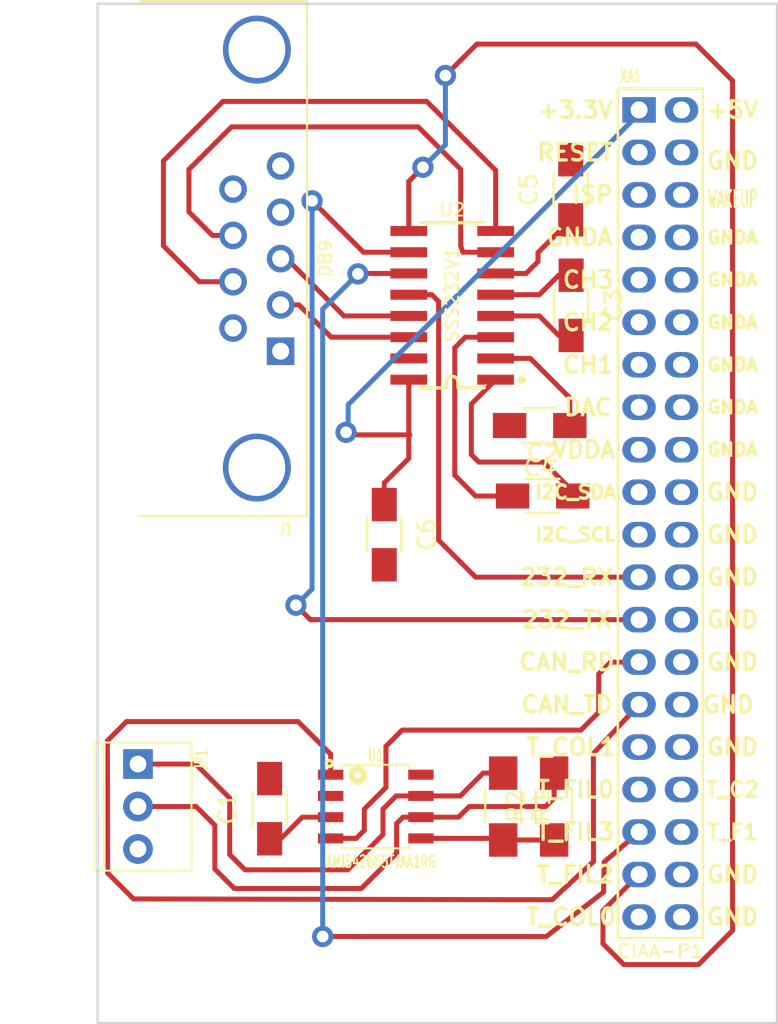
<source format=kicad_pcb>
(kicad_pcb (version 4) (host pcbnew 4.0.0-rc1-stable)

  (general
    (links 43)
    (no_connects 18)
    (area 58.471999 41.834999 99.262001 102.945001)
    (thickness 1.6)
    (drawings 5)
    (tracks 153)
    (zones 0)
    (modules 13)
    (nets 23)
  )

  (page A4)
  (title_block
    (title "Ejercicio 2")
    (rev "Rev 0.1")
    (company "Christian Mista UNER")
  )

  (layers
    (0 F.Cu signal)
    (31 B.Cu signal)
    (32 B.Adhes user)
    (33 F.Adhes user)
    (34 B.Paste user)
    (35 F.Paste user)
    (36 B.SilkS user)
    (37 F.SilkS user hide)
    (38 B.Mask user)
    (39 F.Mask user)
    (40 Dwgs.User user)
    (41 Cmts.User user)
    (42 Eco1.User user)
    (43 Eco2.User user)
    (44 Edge.Cuts user)
    (45 Margin user)
    (46 B.CrtYd user)
    (47 F.CrtYd user)
    (48 B.Fab user)
    (49 F.Fab user)
  )

  (setup
    (last_trace_width 0.3)
    (trace_clearance 0.3)
    (zone_clearance 0.508)
    (zone_45_only no)
    (trace_min 0.3)
    (segment_width 0.2)
    (edge_width 0.15)
    (via_size 1.27)
    (via_drill 0.7)
    (via_min_size 1.27)
    (via_min_drill 0.7)
    (uvia_size 0.3)
    (uvia_drill 0.1)
    (uvias_allowed no)
    (uvia_min_size 0.2)
    (uvia_min_drill 0.1)
    (pcb_text_width 0.3)
    (pcb_text_size 1.5 1.5)
    (mod_edge_width 0.15)
    (mod_text_size 1 1)
    (mod_text_width 0.15)
    (pad_size 1.524 1.524)
    (pad_drill 0.762)
    (pad_to_mask_clearance 0.2)
    (aux_axis_origin 0 0)
    (visible_elements 7FFFFFFF)
    (pcbplotparams
      (layerselection 0x00030_80000001)
      (usegerberextensions false)
      (excludeedgelayer true)
      (linewidth 0.100000)
      (plotframeref false)
      (viasonmask false)
      (mode 1)
      (useauxorigin false)
      (hpglpennumber 1)
      (hpglpenspeed 20)
      (hpglpendiameter 15)
      (hpglpenoverlay 2)
      (psnegative false)
      (psa4output false)
      (plotreference true)
      (plotvalue true)
      (plotinvisibletext false)
      (padsonsilk false)
      (subtractmaskfromsilk false)
      (outputformat 1)
      (mirror false)
      (drillshape 1)
      (scaleselection 1)
      (outputdirectory ""))
  )

  (net 0 "")
  (net 1 GND)
  (net 2 +5V)
  (net 3 "Net-(C2-Pad1)")
  (net 4 "Net-(C3-Pad1)")
  (net 5 "Net-(C3-Pad2)")
  (net 6 "Net-(C4-Pad2)")
  (net 7 "Net-(C5-Pad2)")
  (net 8 +3.3V)
  (net 9 "Net-(J1-Pad2)")
  (net 10 "Net-(J1-Pad3)")
  (net 11 "Net-(J1-Pad7)")
  (net 12 "Net-(J1-Pad8)")
  (net 13 "Net-(JP1-Pad1)")
  (net 14 "Net-(JP1-Pad2)")
  (net 15 "Net-(R1-Pad2)")
  (net 16 /Conector/CAN_TX)
  (net 17 /Conector/CAN_RX)
  (net 18 /Conector/CTS)
  (net 19 /Conector/RXD)
  (net 20 /Conector/RTS)
  (net 21 /Conector/TXD)
  (net 22 "Net-(C2-Pad2)")

  (net_class Default "This is the default net class."
    (clearance 0.3)
    (trace_width 0.3)
    (via_dia 1.27)
    (via_drill 0.7)
    (uvia_dia 0.3)
    (uvia_drill 0.1)
    (add_net +3.3V)
    (add_net +5V)
    (add_net /Conector/CAN_RX)
    (add_net /Conector/CAN_TX)
    (add_net /Conector/CTS)
    (add_net /Conector/RTS)
    (add_net /Conector/RXD)
    (add_net /Conector/TXD)
    (add_net GND)
    (add_net "Net-(C2-Pad1)")
    (add_net "Net-(C2-Pad2)")
    (add_net "Net-(C3-Pad1)")
    (add_net "Net-(C3-Pad2)")
    (add_net "Net-(C4-Pad2)")
    (add_net "Net-(C5-Pad2)")
    (add_net "Net-(J1-Pad2)")
    (add_net "Net-(J1-Pad3)")
    (add_net "Net-(J1-Pad7)")
    (add_net "Net-(J1-Pad8)")
    (add_net "Net-(JP1-Pad1)")
    (add_net "Net-(JP1-Pad2)")
    (add_net "Net-(R1-Pad2)")
  )

  (net_class 12MILS ""
    (clearance 0.3)
    (trace_width 0.3)
    (via_dia 1.27)
    (via_drill 0.7)
    (uvia_dia 0.3)
    (uvia_drill 0.1)
  )

  (module ej2:DB9_F_TH (layer F.Cu) (tedit 565607B0) (tstamp 565E0066)
    (at 68.072 57.15 90)
    (path /565DDBDC/565E3F92)
    (fp_text reference J1 (at -16.165 1.735 180) (layer F.SilkS)
      (effects (font (size 0.7112 0.4572) (thickness 0.1143)))
    )
    (fp_text value DB9 (at 0 4.1 90) (layer F.SilkS)
      (effects (font (size 0.762 0.762) (thickness 0.127)))
    )
    (fp_line (start 15.4 3) (end 15.4 -7) (layer F.SilkS) (width 0.127))
    (fp_line (start 15.4 -9.5) (end 15.4 -7) (layer Dwgs.User) (width 0.127))
    (fp_line (start -15.4 3) (end -15.4 -7) (layer F.SilkS) (width 0.127))
    (fp_line (start -15.4 -9.5) (end -15.4 -7) (layer Dwgs.User) (width 0.127))
    (fp_line (start -15.4 -9.1) (end 15.4 -9.1) (layer Dwgs.User) (width 0.127))
    (fp_arc (start -14.2 -14.3) (end -14.2 -14.5) (angle 90) (layer Dwgs.User) (width 0.127))
    (fp_arc (start -13.8 -14.3) (end -14 -14.3) (angle 90) (layer Dwgs.User) (width 0.127))
    (fp_arc (start -10.8 -14.3) (end -11 -14.3) (angle 90) (layer Dwgs.User) (width 0.127))
    (fp_arc (start -11.2 -14.3) (end -11.2 -14.5) (angle 90) (layer Dwgs.User) (width 0.127))
    (fp_arc (start 11.2 -14.3) (end 11 -14.3) (angle 90) (layer Dwgs.User) (width 0.127))
    (fp_arc (start 10.8 -14.3) (end 10.8 -14.5) (angle 90) (layer Dwgs.User) (width 0.127))
    (fp_arc (start 14.2 -14.3) (end 14 -14.3) (angle 90) (layer Dwgs.User) (width 0.127))
    (fp_arc (start 13.8 -14.3) (end 13.8 -14.5) (angle 90) (layer Dwgs.User) (width 0.127))
    (fp_line (start 10 -14.1) (end 10 -9.5) (layer Dwgs.User) (width 0.127))
    (fp_line (start 15 -14.1) (end 15 -9.5) (layer Dwgs.User) (width 0.127))
    (fp_line (start 10.4 -14.5) (end 14.6 -14.5) (layer Dwgs.User) (width 0.127))
    (fp_line (start -15 -14.1) (end -15 -9.5) (layer Dwgs.User) (width 0.127))
    (fp_line (start -10 -14.1) (end -10 -9.5) (layer Dwgs.User) (width 0.127))
    (fp_line (start -14.6 -14.5) (end -10.4 -14.5) (layer Dwgs.User) (width 0.127))
    (fp_arc (start -14.6 -14.1) (end -15 -14.1) (angle 90) (layer Dwgs.User) (width 0.127))
    (fp_arc (start -10.4 -14.1) (end -10.4 -14.5) (angle 90) (layer Dwgs.User) (width 0.127))
    (fp_arc (start 10.4 -14.1) (end 10 -14.1) (angle 90) (layer Dwgs.User) (width 0.127))
    (fp_arc (start 14.6 -14.1) (end 14.6 -14.5) (angle 90) (layer Dwgs.User) (width 0.127))
    (fp_line (start 14 -14.5) (end 14 -9.5) (layer Dwgs.User) (width 0.127))
    (fp_line (start 11 -14.5) (end 11 -9.5) (layer Dwgs.User) (width 0.127))
    (fp_line (start -11 -14.5) (end -11 -9.5) (layer Dwgs.User) (width 0.127))
    (fp_line (start -14 -14.5) (end -14 -9.5) (layer Dwgs.User) (width 0.127))
    (fp_line (start 7.8 -15.3) (end -7.8 -15.3) (layer Dwgs.User) (width 0.127))
    (fp_line (start 8.2 -14.9) (end 8.2 -9.5) (layer Dwgs.User) (width 0.127))
    (fp_line (start -8.2 -14.9) (end -8.2 -9.5) (layer Dwgs.User) (width 0.127))
    (fp_arc (start -7.8 -14.9) (end -8.2 -14.9) (angle 90) (layer Dwgs.User) (width 0.127))
    (fp_arc (start 7.8 -14.9) (end 7.8 -15.3) (angle 90) (layer Dwgs.User) (width 0.127))
    (fp_line (start 15.4 3) (end -15.4 3) (layer F.SilkS) (width 0.127))
    (fp_line (start -15.4 -9.5) (end 15.4 -9.5) (layer Dwgs.User) (width 0.127))
    (pad 1 thru_hole rect (at -5.5372 1.4224 90) (size 1.651 1.651) (drill 1.016) (layers *.Cu *.Mask))
    (pad 2 thru_hole circle (at -2.7686 1.4224 90) (size 1.651 1.651) (drill 1.016) (layers *.Cu *.Mask)
      (net 9 "Net-(J1-Pad2)"))
    (pad 3 thru_hole circle (at 0 1.4224 90) (size 1.651 1.651) (drill 1.016) (layers *.Cu *.Mask)
      (net 10 "Net-(J1-Pad3)"))
    (pad 4 thru_hole circle (at 2.7686 1.4224 90) (size 1.651 1.651) (drill 1.016) (layers *.Cu *.Mask))
    (pad 5 thru_hole circle (at 5.5372 1.4224 90) (size 1.651 1.651) (drill 1.016) (layers *.Cu *.Mask)
      (net 1 GND))
    (pad 6 thru_hole circle (at -4.1529 -1.4224 90) (size 1.651 1.651) (drill 1.016) (layers *.Cu *.Mask))
    (pad 7 thru_hole circle (at -1.3843 -1.4224 90) (size 1.651 1.651) (drill 1.016) (layers *.Cu *.Mask)
      (net 11 "Net-(J1-Pad7)"))
    (pad 8 thru_hole circle (at 1.3843 -1.4224 90) (size 1.651 1.651) (drill 1.016) (layers *.Cu *.Mask)
      (net 12 "Net-(J1-Pad8)"))
    (pad 9 thru_hole circle (at 4.1529 -1.4224 90) (size 1.651 1.651) (drill 1.016) (layers *.Cu *.Mask))
    (pad 10 thru_hole circle (at -12.4968 0 90) (size 4.064 4.064) (drill 3.4) (layers *.Cu *.Mask))
    (pad 11 thru_hole circle (at 12.4968 0 90) (size 4.064 4.064) (drill 3.4) (layers *.Cu *.Mask))
    (model ${KIPRJMOD}/ej2.3dshapes/db_9f.wrl
      (at (xyz 0 0.31 0))
      (scale (xyz 1 1.1 1))
      (rotate (xyz 0 0 180))
    )
  )

  (module ej2:CON_PALETA_3 (layer F.Cu) (tedit 55918D28) (tstamp 565E006D)
    (at 60.96 89.916 270)
    (path /565DDB88/565E0B3C)
    (fp_text reference JP1 (at -2.8 -3.8 270) (layer F.SilkS)
      (effects (font (size 0.762 0.4572) (thickness 0.127)))
    )
    (fp_text value CONN_3 (at 0 3.3 270) (layer F.Fab)
      (effects (font (size 0.762 0.4572) (thickness 0.127)))
    )
    (fp_line (start 3.83 -3.2) (end 3.83 2.6) (layer F.SilkS) (width 0.127))
    (fp_line (start -3.83 -3.2) (end 3.83 -3.2) (layer F.SilkS) (width 0.127))
    (fp_line (start -3.83 2.6) (end -3.83 -3.2) (layer F.SilkS) (width 0.127))
    (fp_line (start 3.83 2.6) (end -3.83 2.6) (layer F.SilkS) (width 0.127))
    (fp_line (start 3.83 2) (end -3.83 2) (layer F.SilkS) (width 0.127))
    (pad 1 thru_hole rect (at -2.54 0 270) (size 1.778 1.778) (drill 1) (layers *.Cu *.Mask)
      (net 13 "Net-(JP1-Pad1)"))
    (pad 2 thru_hole circle (at 0 0 270) (size 1.778 1.778) (drill 1) (layers *.Cu *.Mask)
      (net 14 "Net-(JP1-Pad2)"))
    (pad 3 thru_hole circle (at 2.54 0 270) (size 1.778 1.778) (drill 1) (layers *.Cu *.Mask))
    (model ${KIPRJMOD}/ej2.3dshapes/CON_PALETA_3.wrl
      (at (xyz 0 0.012 0))
      (scale (xyz 0.395 0.395 0.395))
      (rotate (xyz 0 0 180))
    )
  )

  (module ej2:R_1206_HandSoldering (layer F.Cu) (tedit 5418A20D) (tstamp 565E0073)
    (at 82.804 89.916 270)
    (descr "Resistor SMD 1206, hand soldering")
    (tags "resistor 1206")
    (path /565DDB88/565E0170)
    (attr smd)
    (fp_text reference R1 (at 0 -2.3 270) (layer F.SilkS)
      (effects (font (size 1 1) (thickness 0.15)))
    )
    (fp_text value 60 (at 0 2.3 270) (layer F.Fab)
      (effects (font (size 1 1) (thickness 0.15)))
    )
    (fp_line (start -3.3 -1.2) (end 3.3 -1.2) (layer F.CrtYd) (width 0.05))
    (fp_line (start -3.3 1.2) (end 3.3 1.2) (layer F.CrtYd) (width 0.05))
    (fp_line (start -3.3 -1.2) (end -3.3 1.2) (layer F.CrtYd) (width 0.05))
    (fp_line (start 3.3 -1.2) (end 3.3 1.2) (layer F.CrtYd) (width 0.05))
    (fp_line (start 1 1.075) (end -1 1.075) (layer F.SilkS) (width 0.15))
    (fp_line (start -1 -1.075) (end 1 -1.075) (layer F.SilkS) (width 0.15))
    (pad 1 smd rect (at -2 0 270) (size 2 1.7) (layers F.Cu F.Paste F.Mask)
      (net 13 "Net-(JP1-Pad1)"))
    (pad 2 smd rect (at 2 0 270) (size 2 1.7) (layers F.Cu F.Paste F.Mask)
      (net 15 "Net-(R1-Pad2)"))
    (model Resistors_SMD.3dshapes/R_1206_HandSoldering.wrl
      (at (xyz 0 0 0))
      (scale (xyz 1 1 1))
      (rotate (xyz 0 0 0))
    )
  )

  (module ej2:R_1206_HandSoldering (layer F.Cu) (tedit 5418A20D) (tstamp 565E0079)
    (at 85.852 89.916 90)
    (descr "Resistor SMD 1206, hand soldering")
    (tags "resistor 1206")
    (path /565DDB88/565E01B4)
    (attr smd)
    (fp_text reference R2 (at 0 -2.3 90) (layer F.SilkS)
      (effects (font (size 1 1) (thickness 0.15)))
    )
    (fp_text value 60 (at 0 2.3 90) (layer F.Fab)
      (effects (font (size 1 1) (thickness 0.15)))
    )
    (fp_line (start -3.3 -1.2) (end 3.3 -1.2) (layer F.CrtYd) (width 0.05))
    (fp_line (start -3.3 1.2) (end 3.3 1.2) (layer F.CrtYd) (width 0.05))
    (fp_line (start -3.3 -1.2) (end -3.3 1.2) (layer F.CrtYd) (width 0.05))
    (fp_line (start 3.3 -1.2) (end 3.3 1.2) (layer F.CrtYd) (width 0.05))
    (fp_line (start 1 1.075) (end -1 1.075) (layer F.SilkS) (width 0.15))
    (fp_line (start -1 -1.075) (end 1 -1.075) (layer F.SilkS) (width 0.15))
    (pad 1 smd rect (at -2 0 90) (size 2 1.7) (layers F.Cu F.Paste F.Mask)
      (net 15 "Net-(R1-Pad2)"))
    (pad 2 smd rect (at 2 0 90) (size 2 1.7) (layers F.Cu F.Paste F.Mask)
      (net 14 "Net-(JP1-Pad2)"))
    (model Resistors_SMD.3dshapes/R_1206_HandSoldering.wrl
      (at (xyz 0 0 0))
      (scale (xyz 1 1 1))
      (rotate (xyz 0 0 0))
    )
  )

  (module ej2:SOIC-8 (layer F.Cu) (tedit 53B412FC) (tstamp 565E0085)
    (at 75.184 89.916)
    (descr SO-8)
    (path /565DDB88/565DFFEB)
    (fp_text reference U1 (at 0 -3.1) (layer F.SilkS)
      (effects (font (size 0.7112 0.4572) (thickness 0.1143)))
    )
    (fp_text value AMIS42665TJAA1RG (at 0.3 3.3) (layer F.SilkS)
      (effects (font (size 0.7112 0.4572) (thickness 0.1143)))
    )
    (fp_line (start -2 -2.5) (end -2 -2.3) (layer F.SilkS) (width 0.127))
    (fp_line (start -2 2.5) (end -2 2.3) (layer F.SilkS) (width 0.127))
    (fp_line (start 2 2.5) (end 2 2.3) (layer F.SilkS) (width 0.127))
    (fp_line (start 2 -2.5) (end 2 -2.3) (layer F.SilkS) (width 0.127))
    (fp_circle (center -2.7746 -2.5764) (end -2.8 -2.5) (layer F.SilkS) (width 0.2032))
    (fp_line (start 2 -2.5) (end -2 -2.5) (layer F.SilkS) (width 0.127))
    (fp_line (start -2 2.5) (end 2 2.5) (layer F.SilkS) (width 0.127))
    (fp_circle (center -1.0746 -1.8764) (end -1.1 -1.7) (layer F.SilkS) (width 0.4))
    (pad 1 smd rect (at -2.7 -1.905 270) (size 0.6 1.52) (layers F.Cu F.Paste F.Mask)
      (net 16 /Conector/CAN_TX))
    (pad 2 smd rect (at -2.7 -0.635 270) (size 0.6 1.52) (layers F.Cu F.Paste F.Mask)
      (net 1 GND))
    (pad 3 smd rect (at -2.7 0.635 270) (size 0.6 1.52) (layers F.Cu F.Paste F.Mask)
      (net 2 +5V))
    (pad 4 smd rect (at -2.7 1.905 270) (size 0.6 1.52) (layers F.Cu F.Paste F.Mask)
      (net 17 /Conector/CAN_RX))
    (pad 5 smd rect (at 2.7 1.905 270) (size 0.6 1.52) (layers F.Cu F.Paste F.Mask)
      (net 15 "Net-(R1-Pad2)"))
    (pad 6 smd rect (at 2.7 0.635 270) (size 0.6 1.52) (layers F.Cu F.Paste F.Mask)
      (net 14 "Net-(JP1-Pad2)"))
    (pad 7 smd rect (at 2.7 -0.635 270) (size 0.6 1.52) (layers F.Cu F.Paste F.Mask)
      (net 13 "Net-(JP1-Pad1)"))
    (pad 8 smd rect (at 2.7 -1.905 270) (size 0.6 1.52) (layers F.Cu F.Paste F.Mask)
      (net 1 GND))
    (model ${KIPRJMOD}/ej2.3dshapes/so-8.wrl
      (at (xyz 0 0 0))
      (scale (xyz 1 1 1))
      (rotate (xyz 0 0 90))
    )
  )

  (module ej2:SP3232ECN-SOIC16N (layer F.Cu) (tedit 5656340C) (tstamp 565E0099)
    (at 79.756 59.944 90)
    (descr "SMALL OUTLINE INTEGRATED CIRCUIT")
    (tags "SMALL OUTLINE INTEGRATED CIRCUIT")
    (path /565DDBDC/565E78CC)
    (attr smd)
    (fp_text reference U2 (at 5.715 0 180) (layer F.SilkS)
      (effects (font (size 0.762 0.762) (thickness 0.1143)))
    )
    (fp_text value SSS232V1 (at 0.635 0 90) (layer F.SilkS)
      (effects (font (size 0.762 0.762) (thickness 0.1143)))
    )
    (fp_line (start -4.6 0.35) (end -4.9 0.35) (layer F.SilkS) (width 0.2032))
    (fp_line (start -4.6 -0.35) (end -4.9 -0.35) (layer F.SilkS) (width 0.2032))
    (fp_arc (start -4.6 0) (end -4.6 -0.35) (angle 180) (layer F.SilkS) (width 0.2032))
    (fp_circle (center -4.45 4.15) (end -4.35 4.05) (layer F.SilkS) (width 0.254))
    (fp_line (start -4.93776 1.89992) (end -4.93776 0.35) (layer F.SilkS) (width 0.2032))
    (fp_line (start -4.93776 -0.35) (end -4.93776 -1.89992) (layer F.SilkS) (width 0.2032))
    (fp_line (start 4.93776 -1.89992) (end 4.93776 1.39954) (layer F.SilkS) (width 0.2032))
    (fp_line (start 4.93776 1.39954) (end 4.93776 1.89992) (layer F.SilkS) (width 0.2032))
    (pad 1 smd rect (at -4.445 2.59842 90) (size 0.59944 2.19964) (layers F.Cu F.Paste F.Mask)
      (net 3 "Net-(C2-Pad1)"))
    (pad 2 smd rect (at -3.175 2.59842 90) (size 0.59944 2.19964) (layers F.Cu F.Paste F.Mask)
      (net 6 "Net-(C4-Pad2)"))
    (pad 3 smd rect (at -1.905 2.59842 90) (size 0.59944 2.19964) (layers F.Cu F.Paste F.Mask)
      (net 22 "Net-(C2-Pad2)"))
    (pad 4 smd rect (at -0.635 2.59842 90) (size 0.59944 2.19964) (layers F.Cu F.Paste F.Mask)
      (net 4 "Net-(C3-Pad1)"))
    (pad 5 smd rect (at 0.635 2.59842 90) (size 0.59944 2.19964) (layers F.Cu F.Paste F.Mask)
      (net 5 "Net-(C3-Pad2)"))
    (pad 6 smd rect (at 1.905 2.59842 90) (size 0.59944 2.19964) (layers F.Cu F.Paste F.Mask)
      (net 7 "Net-(C5-Pad2)"))
    (pad 7 smd rect (at 3.175 2.59842 90) (size 0.59944 2.19964) (layers F.Cu F.Paste F.Mask)
      (net 12 "Net-(J1-Pad8)"))
    (pad 8 smd rect (at 4.445 2.59842 90) (size 0.59944 2.19964) (layers F.Cu F.Paste F.Mask)
      (net 11 "Net-(J1-Pad7)"))
    (pad 9 smd rect (at 4.445 -2.59842 90) (size 0.59944 2.19964) (layers F.Cu F.Paste F.Mask)
      (net 18 /Conector/CTS))
    (pad 10 smd rect (at 3.175 -2.59842 90) (size 0.59944 2.19964) (layers F.Cu F.Paste F.Mask)
      (net 19 /Conector/RXD))
    (pad 11 smd rect (at 1.905 -2.59842 90) (size 0.59944 2.19964) (layers F.Cu F.Paste F.Mask)
      (net 20 /Conector/RTS))
    (pad 12 smd rect (at 0.635 -2.59842 90) (size 0.59944 2.19964) (layers F.Cu F.Paste F.Mask)
      (net 21 /Conector/TXD))
    (pad 13 smd rect (at -0.635 -2.59842 90) (size 0.59944 2.19964) (layers F.Cu F.Paste F.Mask)
      (net 10 "Net-(J1-Pad3)"))
    (pad 14 smd rect (at -1.905 -2.59842 90) (size 0.59944 2.19964) (layers F.Cu F.Paste F.Mask)
      (net 9 "Net-(J1-Pad2)"))
    (pad 15 smd rect (at -3.175 -2.59842 90) (size 0.59944 2.19964) (layers F.Cu F.Paste F.Mask)
      (net 1 GND))
    (pad 16 smd rect (at -4.445 -2.59842 90) (size 0.59944 2.19964) (layers F.Cu F.Paste F.Mask)
      (net 8 +3.3V))
    (model ${KIPRJMOD}/ej2.3dshapes/so-16.wrl
      (at (xyz 0 0 0))
      (scale (xyz 1 1 1))
      (rotate (xyz 0 0 0))
    )
  )

  (module ej2:Conn_Poncho_Derecha (layer F.Cu) (tedit 565779F5) (tstamp 565E00C5)
    (at 90.932 48.26)
    (tags "CONN Poncho")
    (path /565DDB88/565DF5C1)
    (fp_text reference XA1 (at -0.508 -2.032) (layer F.SilkS)
      (effects (font (size 0.7112 0.4572) (thickness 0.1143)))
    )
    (fp_text value Conn_Poncho2P_2x_20x2 (at -1.905 51.181) (layer F.SilkS) hide
      (effects (font (size 0.7112 0.4572) (thickness 0.1143)))
    )
    (fp_text user GND (at 5.588 48.26) (layer F.SilkS)
      (effects (font (size 1 1) (thickness 0.2)))
    )
    (fp_text user GND (at 5.588 45.72) (layer F.SilkS)
      (effects (font (size 1 1) (thickness 0.2)))
    )
    (fp_text user T_F1 (at 5.588 43.18) (layer F.SilkS)
      (effects (font (size 0.9 0.9) (thickness 0.18)))
    )
    (fp_text user T_C2 (at 5.588 40.64) (layer F.SilkS)
      (effects (font (size 0.9 0.9) (thickness 0.18)))
    )
    (fp_text user GND (at 5.588 38.1) (layer F.SilkS)
      (effects (font (size 1 1) (thickness 0.2)))
    )
    (fp_text user GND (at 5.334 35.56) (layer F.SilkS)
      (effects (font (size 1 1) (thickness 0.2)))
    )
    (fp_text user GND (at 5.588 33.02) (layer F.SilkS)
      (effects (font (size 1 1) (thickness 0.2)))
    )
    (fp_text user GND (at 5.588 30.48) (layer F.SilkS)
      (effects (font (size 1 1) (thickness 0.2)))
    )
    (fp_text user GND (at 5.588 27.94) (layer F.SilkS)
      (effects (font (size 1 1) (thickness 0.2)))
    )
    (fp_text user GND (at 5.588 25.4) (layer F.SilkS)
      (effects (font (size 1 1) (thickness 0.2)))
    )
    (fp_text user GND (at 5.588 22.86) (layer F.SilkS)
      (effects (font (size 1 1) (thickness 0.2)))
    )
    (fp_text user GNDA (at 5.588 20.32) (layer F.SilkS)
      (effects (font (size 0.76 0.76) (thickness 0.19)))
    )
    (fp_text user GNDA (at 5.588 17.78) (layer F.SilkS)
      (effects (font (size 0.76 0.76) (thickness 0.19)))
    )
    (fp_text user GNDA (at 5.588 15.24) (layer F.SilkS)
      (effects (font (size 0.76 0.76) (thickness 0.19)))
    )
    (fp_text user GNDA (at 5.588 12.7) (layer F.SilkS)
      (effects (font (size 0.76 0.76) (thickness 0.19)))
    )
    (fp_text user GNDA (at 5.588 10.16) (layer F.SilkS)
      (effects (font (size 0.76 0.76) (thickness 0.19)))
    )
    (fp_text user GNDA (at 5.588 7.62) (layer F.SilkS)
      (effects (font (size 0.76 0.76) (thickness 0.19)))
    )
    (fp_text user WAKEUP (at 5.588 5.334) (layer F.SilkS)
      (effects (font (size 1 0.5) (thickness 0.125)))
    )
    (fp_text user GND (at 5.588 3.048) (layer F.SilkS)
      (effects (font (size 1 1) (thickness 0.2)))
    )
    (fp_text user +5V (at 5.588 0) (layer F.SilkS)
      (effects (font (size 1 1) (thickness 0.2)))
    )
    (fp_text user T_COL0 (at -4.064 48.26) (layer F.SilkS)
      (effects (font (size 1 1) (thickness 0.2)))
    )
    (fp_text user T_FIL2 (at -3.81 45.72) (layer F.SilkS)
      (effects (font (size 1 1) (thickness 0.2)))
    )
    (fp_text user T_FIL3 (at -3.81 43.18) (layer F.SilkS)
      (effects (font (size 1 1) (thickness 0.2)))
    )
    (fp_text user T_FIL0 (at -3.81 40.64) (layer F.SilkS)
      (effects (font (size 1 1) (thickness 0.2)))
    )
    (fp_text user T_COL1 (at -4.064 38.1) (layer F.SilkS)
      (effects (font (size 1 1) (thickness 0.2)))
    )
    (fp_text user CAN_TD (at -4.318 35.56) (layer F.SilkS)
      (effects (font (size 1 1) (thickness 0.2)))
    )
    (fp_text user CAN_RD (at -4.318 33.02) (layer F.SilkS)
      (effects (font (size 1 1) (thickness 0.2)))
    )
    (fp_text user 232_TX (at -4.318 30.48) (layer F.SilkS)
      (effects (font (size 1 1) (thickness 0.2)))
    )
    (fp_text user 232_RX (at -4.318 27.94) (layer F.SilkS)
      (effects (font (size 1 1) (thickness 0.2)))
    )
    (fp_text user I2C_SCL (at -3.81 25.4) (layer F.SilkS)
      (effects (font (size 0.8 0.8) (thickness 0.2)))
    )
    (fp_text user I2C_SDA (at -3.81 22.86) (layer F.SilkS)
      (effects (font (size 0.8 0.8) (thickness 0.2)))
    )
    (fp_text user VDDA (at -3.302 20.32) (layer F.SilkS)
      (effects (font (size 1 1) (thickness 0.2)))
    )
    (fp_text user DAC (at -3.048 17.78) (layer F.SilkS)
      (effects (font (size 1 1) (thickness 0.2)))
    )
    (fp_text user CH1 (at -3.048 15.24) (layer F.SilkS)
      (effects (font (size 1 1) (thickness 0.2)))
    )
    (fp_text user CH2 (at -3.048 12.7) (layer F.SilkS)
      (effects (font (size 1 1) (thickness 0.2)))
    )
    (fp_text user CH3 (at -3.048 10.16) (layer F.SilkS)
      (effects (font (size 1 1) (thickness 0.2)))
    )
    (fp_text user GNDA (at -3.556 7.62) (layer F.SilkS)
      (effects (font (size 1 1) (thickness 0.2)))
    )
    (fp_text user ISP (at -2.794 5.08) (layer F.SilkS)
      (effects (font (size 1 1) (thickness 0.2)))
    )
    (fp_text user RESET (at -3.81 2.54) (layer F.SilkS)
      (effects (font (size 1 1) (thickness 0.2)))
    )
    (fp_text user CIAA-P1 (at 1.27 50.292) (layer F.SilkS)
      (effects (font (size 0.8 0.8) (thickness 0.12)))
    )
    (fp_text user +3.3V (at -3.81 0) (layer F.SilkS)
      (effects (font (size 1 1) (thickness 0.2)))
    )
    (fp_line (start -1.27 49.53) (end -1.27 -1.27) (layer F.SilkS) (width 0.15))
    (fp_line (start 3.81 49.53) (end 3.81 -1.27) (layer F.SilkS) (width 0.15))
    (fp_line (start 3.81 49.53) (end -1.27 49.53) (layer F.SilkS) (width 0.15))
    (fp_line (start 3.81 -1.27) (end -1.27 -1.27) (layer F.SilkS) (width 0.15))
    (pad 1 thru_hole rect (at 0 0 270) (size 1.524 2) (drill 1.016) (layers *.Cu *.Mask)
      (net 8 +3.3V))
    (pad 2 thru_hole oval (at 2.54 0 270) (size 1.524 2) (drill 1.016) (layers *.Cu *.Mask)
      (net 2 +5V))
    (pad 11 thru_hole oval (at 0 12.7 270) (size 1.524 2) (drill 1.016) (layers *.Cu *.Mask))
    (pad 4 thru_hole oval (at 2.54 2.54 270) (size 1.524 2) (drill 1.016) (layers *.Cu *.Mask)
      (net 1 GND))
    (pad 13 thru_hole oval (at 0 15.24 270) (size 1.524 2) (drill 1.016) (layers *.Cu *.Mask))
    (pad 6 thru_hole oval (at 2.54 5.08 270) (size 1.524 2) (drill 1.016) (layers *.Cu *.Mask))
    (pad 15 thru_hole oval (at 0 17.78 270) (size 1.524 2) (drill 1.016) (layers *.Cu *.Mask))
    (pad 8 thru_hole oval (at 2.54 7.62 270) (size 1.524 2) (drill 1.016) (layers *.Cu *.Mask))
    (pad 17 thru_hole oval (at 0 20.32 270) (size 1.524 2) (drill 1.016) (layers *.Cu *.Mask))
    (pad 10 thru_hole oval (at 2.54 10.16 270) (size 1.524 2) (drill 1.016) (layers *.Cu *.Mask))
    (pad 19 thru_hole oval (at 0 22.86 270) (size 1.524 2) (drill 1.016) (layers *.Cu *.Mask))
    (pad 12 thru_hole oval (at 2.54 12.7 270) (size 1.524 2) (drill 1.016) (layers *.Cu *.Mask))
    (pad 21 thru_hole oval (at 0 25.4 270) (size 1.524 2) (drill 1.016) (layers *.Cu *.Mask))
    (pad 14 thru_hole oval (at 2.54 15.24 270) (size 1.524 2) (drill 1.016) (layers *.Cu *.Mask))
    (pad 23 thru_hole oval (at 0 27.94 270) (size 1.524 2) (drill 1.016) (layers *.Cu *.Mask)
      (net 21 /Conector/TXD))
    (pad 16 thru_hole oval (at 2.54 17.78 270) (size 1.524 2) (drill 1.016) (layers *.Cu *.Mask))
    (pad 25 thru_hole oval (at 0 30.48 270) (size 1.524 2) (drill 1.016) (layers *.Cu *.Mask)
      (net 19 /Conector/RXD))
    (pad 18 thru_hole oval (at 2.54 20.32 270) (size 1.524 2) (drill 1.016) (layers *.Cu *.Mask))
    (pad 27 thru_hole oval (at 0 33.02 270) (size 1.524 2) (drill 1.016) (layers *.Cu *.Mask)
      (net 17 /Conector/CAN_RX))
    (pad 20 thru_hole oval (at 2.54 22.86 270) (size 1.524 2) (drill 1.016) (layers *.Cu *.Mask)
      (net 1 GND))
    (pad 29 thru_hole oval (at 0 35.56 270) (size 1.524 2) (drill 1.016) (layers *.Cu *.Mask)
      (net 16 /Conector/CAN_TX))
    (pad 22 thru_hole oval (at 2.54 25.4 270) (size 1.524 2) (drill 1.016) (layers *.Cu *.Mask)
      (net 1 GND))
    (pad 31 thru_hole oval (at 0 38.1 270) (size 1.524 2) (drill 1.016) (layers *.Cu *.Mask))
    (pad 24 thru_hole oval (at 2.54 27.94 270) (size 1.524 2) (drill 1.016) (layers *.Cu *.Mask)
      (net 1 GND))
    (pad 26 thru_hole oval (at 2.54 30.48 270) (size 1.524 2) (drill 1.016) (layers *.Cu *.Mask)
      (net 1 GND))
    (pad 33 thru_hole oval (at 0 40.64 270) (size 1.524 2) (drill 1.016) (layers *.Cu *.Mask))
    (pad 28 thru_hole oval (at 2.54 33.02 270) (size 1.524 2) (drill 1.016) (layers *.Cu *.Mask)
      (net 1 GND))
    (pad 32 thru_hole oval (at 2.54 38.1 270) (size 1.524 2) (drill 1.016) (layers *.Cu *.Mask)
      (net 1 GND))
    (pad 34 thru_hole oval (at 2.54 40.64 270) (size 1.524 2) (drill 1.016) (layers *.Cu *.Mask))
    (pad 36 thru_hole oval (at 2.54 43.18 270) (size 1.524 2) (drill 1.016) (layers *.Cu *.Mask))
    (pad 38 thru_hole oval (at 2.54 45.72 270) (size 1.524 2) (drill 1.016) (layers *.Cu *.Mask)
      (net 1 GND))
    (pad 35 thru_hole oval (at 0 43.18 270) (size 1.524 2) (drill 1.016) (layers *.Cu *.Mask)
      (net 20 /Conector/RTS))
    (pad 37 thru_hole oval (at 0 45.72 270) (size 1.524 2) (drill 1.016) (layers *.Cu *.Mask)
      (net 18 /Conector/CTS))
    (pad 3 thru_hole oval (at 0 2.54 270) (size 1.524 2) (drill 1.016) (layers *.Cu *.Mask))
    (pad 5 thru_hole oval (at 0 5.08 270) (size 1.524 2) (drill 1.016) (layers *.Cu *.Mask))
    (pad 7 thru_hole oval (at 0 7.62 270) (size 1.524 2) (drill 1.016) (layers *.Cu *.Mask))
    (pad 9 thru_hole oval (at 0 10.16 270) (size 1.524 2) (drill 1.016) (layers *.Cu *.Mask))
    (pad 39 thru_hole oval (at 0 48.26 270) (size 1.524 2) (drill 1.016) (layers *.Cu *.Mask))
    (pad 40 thru_hole oval (at 2.54 48.26 270) (size 1.524 2) (drill 1.016) (layers *.Cu *.Mask)
      (net 1 GND))
    (pad 30 thru_hole oval (at 2.54 35.56 270) (size 1.524 2) (drill 1.016) (layers *.Cu *.Mask)
      (net 1 GND))
    (model ${KIPRJMOD}/ej2.3dshapes/pin_strip_20x2.wrl
      (at (xyz 0.05 -0.95 -0.063))
      (scale (xyz 1 1 1))
      (rotate (xyz 180 0 90))
    )
  )

  (module ej2:C_1206_HandSoldering (layer F.Cu) (tedit 565E0A4F) (tstamp 565E0C12)
    (at 68.834 90.043 270)
    (path /565DDB88/565E04AF)
    (fp_text reference C1 (at 0 2.54 270) (layer F.SilkS)
      (effects (font (size 1 1) (thickness 0.15)))
    )
    (fp_text value "100 nF" (at 0 -2.54 270) (layer F.Fab)
      (effects (font (size 1 1) (thickness 0.15)))
    )
    (fp_line (start -1 1.025) (end 1 1.025) (layer F.SilkS) (width 0.15))
    (fp_line (start 1 -1.025) (end -1 -1.025) (layer F.SilkS) (width 0.15))
    (fp_line (start -3.3 1.15) (end -3.3 -1.15) (layer F.CrtYd) (width 0.05))
    (fp_line (start 3.3 1.15) (end 3.3 -1.15) (layer F.CrtYd) (width 0.05))
    (fp_line (start -3.3 -1.15) (end 3.3 -1.15) (layer F.CrtYd) (width 0.05))
    (fp_line (start -3.3 1.15) (end 3.3 1.15) (layer F.CrtYd) (width 0.05))
    (pad 1 smd rect (at -1.8 0 270) (size 2 1.5) (layers F.Cu F.Paste F.Mask)
      (net 1 GND))
    (pad 2 smd rect (at 1.8 0 270) (size 2 1.5) (layers F.Cu F.Paste F.Mask)
      (net 2 +5V))
  )

  (module ej2:C_1206_HandSoldering (layer F.Cu) (tedit 565E0A4F) (tstamp 565E0C28)
    (at 86.868 59.944 90)
    (path /565DDBDC/565E1F21)
    (fp_text reference C3 (at 0 2.54 90) (layer F.SilkS)
      (effects (font (size 1 1) (thickness 0.15)))
    )
    (fp_text value "100 nF" (at 0 -2.54 90) (layer F.Fab)
      (effects (font (size 1 1) (thickness 0.15)))
    )
    (fp_line (start -1 1.025) (end 1 1.025) (layer F.SilkS) (width 0.15))
    (fp_line (start 1 -1.025) (end -1 -1.025) (layer F.SilkS) (width 0.15))
    (fp_line (start -3.3 1.15) (end -3.3 -1.15) (layer F.CrtYd) (width 0.05))
    (fp_line (start 3.3 1.15) (end 3.3 -1.15) (layer F.CrtYd) (width 0.05))
    (fp_line (start -3.3 -1.15) (end 3.3 -1.15) (layer F.CrtYd) (width 0.05))
    (fp_line (start -3.3 1.15) (end 3.3 1.15) (layer F.CrtYd) (width 0.05))
    (pad 1 smd rect (at -1.8 0 90) (size 2 1.5) (layers F.Cu F.Paste F.Mask)
      (net 4 "Net-(C3-Pad1)"))
    (pad 2 smd rect (at 1.8 0 90) (size 2 1.5) (layers F.Cu F.Paste F.Mask)
      (net 5 "Net-(C3-Pad2)"))
  )

  (module ej2:C_1206_HandSoldering (layer F.Cu) (tedit 565E0A4F) (tstamp 565E0C33)
    (at 84.9884 67.1322)
    (path /565DDBDC/565E1F8D)
    (fp_text reference C4 (at 0 2.54) (layer F.SilkS)
      (effects (font (size 1 1) (thickness 0.15)))
    )
    (fp_text value "100 nF" (at 0 -2.54) (layer F.Fab)
      (effects (font (size 1 1) (thickness 0.15)))
    )
    (fp_line (start -1 1.025) (end 1 1.025) (layer F.SilkS) (width 0.15))
    (fp_line (start 1 -1.025) (end -1 -1.025) (layer F.SilkS) (width 0.15))
    (fp_line (start -3.3 1.15) (end -3.3 -1.15) (layer F.CrtYd) (width 0.05))
    (fp_line (start 3.3 1.15) (end 3.3 -1.15) (layer F.CrtYd) (width 0.05))
    (fp_line (start -3.3 -1.15) (end 3.3 -1.15) (layer F.CrtYd) (width 0.05))
    (fp_line (start -3.3 1.15) (end 3.3 1.15) (layer F.CrtYd) (width 0.05))
    (pad 1 smd rect (at -1.8 0) (size 2 1.5) (layers F.Cu F.Paste F.Mask)
      (net 1 GND))
    (pad 2 smd rect (at 1.8 0) (size 2 1.5) (layers F.Cu F.Paste F.Mask)
      (net 6 "Net-(C4-Pad2)"))
  )

  (module ej2:C_1206_HandSoldering (layer F.Cu) (tedit 565E0A4F) (tstamp 565E0C3E)
    (at 86.8426 53.0352 270)
    (path /565DDBDC/565E2009)
    (fp_text reference C5 (at 0 2.54 270) (layer F.SilkS)
      (effects (font (size 1 1) (thickness 0.15)))
    )
    (fp_text value "100 nF" (at 0 -2.54 270) (layer F.Fab)
      (effects (font (size 1 1) (thickness 0.15)))
    )
    (fp_line (start -1 1.025) (end 1 1.025) (layer F.SilkS) (width 0.15))
    (fp_line (start 1 -1.025) (end -1 -1.025) (layer F.SilkS) (width 0.15))
    (fp_line (start -3.3 1.15) (end -3.3 -1.15) (layer F.CrtYd) (width 0.05))
    (fp_line (start 3.3 1.15) (end 3.3 -1.15) (layer F.CrtYd) (width 0.05))
    (fp_line (start -3.3 -1.15) (end 3.3 -1.15) (layer F.CrtYd) (width 0.05))
    (fp_line (start -3.3 1.15) (end 3.3 1.15) (layer F.CrtYd) (width 0.05))
    (pad 1 smd rect (at -1.8 0 270) (size 2 1.5) (layers F.Cu F.Paste F.Mask)
      (net 1 GND))
    (pad 2 smd rect (at 1.8 0 270) (size 2 1.5) (layers F.Cu F.Paste F.Mask)
      (net 7 "Net-(C5-Pad2)"))
  )

  (module ej2:C_1206_HandSoldering (layer F.Cu) (tedit 565E0A4F) (tstamp 565E0C49)
    (at 75.692 73.66 90)
    (path /565DDBDC/565E2174)
    (fp_text reference C6 (at 0 2.54 90) (layer F.SilkS)
      (effects (font (size 1 1) (thickness 0.15)))
    )
    (fp_text value "100 nF" (at 0 -2.54 90) (layer F.Fab)
      (effects (font (size 1 1) (thickness 0.15)))
    )
    (fp_line (start -1 1.025) (end 1 1.025) (layer F.SilkS) (width 0.15))
    (fp_line (start 1 -1.025) (end -1 -1.025) (layer F.SilkS) (width 0.15))
    (fp_line (start -3.3 1.15) (end -3.3 -1.15) (layer F.CrtYd) (width 0.05))
    (fp_line (start 3.3 1.15) (end 3.3 -1.15) (layer F.CrtYd) (width 0.05))
    (fp_line (start -3.3 -1.15) (end 3.3 -1.15) (layer F.CrtYd) (width 0.05))
    (fp_line (start -3.3 1.15) (end 3.3 1.15) (layer F.CrtYd) (width 0.05))
    (pad 1 smd rect (at -1.8 0 90) (size 2 1.5) (layers F.Cu F.Paste F.Mask)
      (net 1 GND))
    (pad 2 smd rect (at 1.8 0 90) (size 2 1.5) (layers F.Cu F.Paste F.Mask)
      (net 8 +3.3V))
  )

  (module ej2:C_1206_HandSoldering (layer F.Cu) (tedit 565E0A4F) (tstamp 565E0EC9)
    (at 85.1662 71.3486 180)
    (path /565DDBDC/565E1EC6)
    (fp_text reference C2 (at 0 2.54 180) (layer F.SilkS)
      (effects (font (size 1 1) (thickness 0.15)))
    )
    (fp_text value "100 nF" (at 0 -2.54 180) (layer F.Fab)
      (effects (font (size 1 1) (thickness 0.15)))
    )
    (fp_line (start -1 1.025) (end 1 1.025) (layer F.SilkS) (width 0.15))
    (fp_line (start 1 -1.025) (end -1 -1.025) (layer F.SilkS) (width 0.15))
    (fp_line (start -3.3 1.15) (end -3.3 -1.15) (layer F.CrtYd) (width 0.05))
    (fp_line (start 3.3 1.15) (end 3.3 -1.15) (layer F.CrtYd) (width 0.05))
    (fp_line (start -3.3 -1.15) (end 3.3 -1.15) (layer F.CrtYd) (width 0.05))
    (fp_line (start -3.3 1.15) (end 3.3 1.15) (layer F.CrtYd) (width 0.05))
    (pad 1 smd rect (at -1.8 0 180) (size 2 1.5) (layers F.Cu F.Paste F.Mask)
      (net 3 "Net-(C2-Pad1)"))
    (pad 2 smd rect (at 1.8 0 180) (size 2 1.5) (layers F.Cu F.Paste F.Mask)
      (net 22 "Net-(C2-Pad2)"))
  )

  (gr_line (start 58.547 102.87) (end 58.6105 102.87) (angle 90) (layer Edge.Cuts) (width 0.15))
  (gr_line (start 58.547 41.91) (end 58.547 102.87) (angle 90) (layer Edge.Cuts) (width 0.15))
  (gr_line (start 99.187 41.91) (end 58.547 41.91) (angle 90) (layer Edge.Cuts) (width 0.15))
  (gr_line (start 99.187 102.87) (end 99.187 41.91) (angle 90) (layer Edge.Cuts) (width 0.15))
  (gr_line (start 58.547 102.87) (end 99.187 102.87) (angle 90) (layer Edge.Cuts) (width 0.15))

  (segment (start 68.834 91.843) (end 69.4978 91.843) (width 0.3) (layer F.Cu) (net 2))
  (segment (start 69.4978 91.843) (end 70.7898 90.551) (width 0.3) (layer F.Cu) (net 2) (tstamp 565E13C5))
  (segment (start 70.7898 90.551) (end 72.484 90.551) (width 0.3) (layer F.Cu) (net 2) (tstamp 565E13C7))
  (segment (start 68.834 91.843) (end 68.834 91.694) (width 0.3) (layer F.Cu) (net 2))
  (segment (start 86.9662 71.3486) (end 86.9662 71.0658) (width 0.3) (layer F.Cu) (net 3))
  (segment (start 86.9662 71.0658) (end 85.217 69.3166) (width 0.3) (layer F.Cu) (net 3) (tstamp 565EE5AC))
  (segment (start 85.217 69.3166) (end 81.346602 69.3166) (width 0.3) (layer F.Cu) (net 3) (tstamp 565EE5AD))
  (segment (start 81.346602 69.3166) (end 80.899 68.868998) (width 0.3) (layer F.Cu) (net 3) (tstamp 565EE5AF))
  (segment (start 80.899 68.868998) (end 80.899 65.84442) (width 0.3) (layer F.Cu) (net 3) (tstamp 565EE5B0))
  (segment (start 80.899 65.84442) (end 82.35442 64.389) (width 0.3) (layer F.Cu) (net 3) (tstamp 565EE5B2))
  (segment (start 86.868 61.744) (end 86.128 61.744) (width 0.3) (layer F.Cu) (net 4))
  (segment (start 86.128 61.744) (end 84.963 60.579) (width 0.3) (layer F.Cu) (net 4) (tstamp 565E128F))
  (segment (start 84.963 60.579) (end 82.35442 60.579) (width 0.3) (layer F.Cu) (net 4) (tstamp 565E1291))
  (segment (start 86.868 58.144) (end 86.128 58.144) (width 0.3) (layer F.Cu) (net 5))
  (segment (start 86.128 58.144) (end 84.963 59.309) (width 0.3) (layer F.Cu) (net 5) (tstamp 565E128A))
  (segment (start 84.963 59.309) (end 82.35442 59.309) (width 0.3) (layer F.Cu) (net 5) (tstamp 565E128B))
  (segment (start 86.7884 67.1322) (end 86.7884 65.4778) (width 0.3) (layer F.Cu) (net 6))
  (segment (start 84.4296 63.119) (end 82.35442 63.119) (width 0.3) (layer F.Cu) (net 6) (tstamp 565EE49E))
  (segment (start 86.7884 65.4778) (end 84.4296 63.119) (width 0.3) (layer F.Cu) (net 6) (tstamp 565EE49B))
  (segment (start 82.35442 58.039) (end 84.1756 58.039) (width 0.3) (layer F.Cu) (net 7))
  (segment (start 84.8868 56.791) (end 86.8426 54.8352) (width 0.3) (layer F.Cu) (net 7) (tstamp 565EE5BC))
  (segment (start 84.8868 57.3278) (end 84.8868 56.791) (width 0.3) (layer F.Cu) (net 7) (tstamp 565EE5BB))
  (segment (start 84.1756 58.039) (end 84.8868 57.3278) (width 0.3) (layer F.Cu) (net 7) (tstamp 565EE5B9))
  (segment (start 75.692 71.86) (end 75.692 70.5612) (width 0.3) (layer F.Cu) (net 8))
  (segment (start 77.15758 69.09562) (end 77.15758 67.63258) (width 0.3) (layer F.Cu) (net 8) (tstamp 565E13B3))
  (segment (start 75.692 70.5612) (end 77.15758 69.09562) (width 0.3) (layer F.Cu) (net 8) (tstamp 565E13B0))
  (segment (start 73.533 65.8876) (end 73.533 67.4116) (width 0.3) (layer B.Cu) (net 8))
  (segment (start 90.932 48.4886) (end 73.533 65.8876) (width 0.3) (layer B.Cu) (net 8) (tstamp 565E1398))
  (segment (start 77.15758 67.63258) (end 77.15758 64.389) (width 0.3) (layer F.Cu) (net 8) (tstamp 565E13AD))
  (segment (start 77.216 67.691) (end 77.15758 67.63258) (width 0.3) (layer F.Cu) (net 8) (tstamp 565E13AB))
  (segment (start 73.5584 67.691) (end 77.216 67.691) (width 0.3) (layer F.Cu) (net 8) (tstamp 565E13AA))
  (segment (start 73.406 67.5386) (end 73.5584 67.691) (width 0.3) (layer F.Cu) (net 8) (tstamp 565E13A9))
  (via (at 73.406 67.5386) (size 1.27) (drill 0.7) (layers F.Cu B.Cu) (net 8))
  (segment (start 73.533 67.4116) (end 73.406 67.5386) (width 0.3) (layer B.Cu) (net 8) (tstamp 565E13A7))
  (segment (start 90.932 48.26) (end 90.932 48.4886) (width 0.3) (layer B.Cu) (net 8))
  (segment (start 69.4944 59.9186) (end 70.5866 59.9186) (width 0.3) (layer F.Cu) (net 9))
  (segment (start 72.517 61.849) (end 77.15758 61.849) (width 0.3) (layer F.Cu) (net 9) (tstamp 565E125A))
  (segment (start 70.5866 59.9186) (end 72.517 61.849) (width 0.3) (layer F.Cu) (net 9) (tstamp 565E1259))
  (segment (start 69.4944 57.15) (end 69.85 57.15) (width 0.3) (layer F.Cu) (net 10))
  (segment (start 69.85 57.15) (end 73.279 60.579) (width 0.3) (layer F.Cu) (net 10) (tstamp 565E125E))
  (segment (start 73.279 60.579) (end 77.15758 60.579) (width 0.3) (layer F.Cu) (net 10) (tstamp 565E125F))
  (segment (start 66.6496 58.5343) (end 64.6303 58.5343) (width 0.3) (layer F.Cu) (net 11))
  (segment (start 82.35442 51.87442) (end 82.35442 55.499) (width 0.3) (layer F.Cu) (net 11) (tstamp 565E1286))
  (segment (start 78.232 47.752) (end 82.35442 51.87442) (width 0.3) (layer F.Cu) (net 11) (tstamp 565E1284))
  (segment (start 66.04 47.752) (end 78.232 47.752) (width 0.3) (layer F.Cu) (net 11) (tstamp 565E1282))
  (segment (start 62.484 51.308) (end 66.04 47.752) (width 0.3) (layer F.Cu) (net 11) (tstamp 565E1280))
  (segment (start 62.484 56.388) (end 62.484 51.308) (width 0.3) (layer F.Cu) (net 11) (tstamp 565E127E))
  (segment (start 64.6303 58.5343) (end 62.484 56.388) (width 0.3) (layer F.Cu) (net 11) (tstamp 565E127C))
  (segment (start 66.6496 55.7657) (end 65.4177 55.7657) (width 0.3) (layer F.Cu) (net 12))
  (segment (start 80.391 56.769) (end 82.35442 56.769) (width 0.3) (layer F.Cu) (net 12) (tstamp 565E1270))
  (segment (start 80.264 56.388) (end 80.391 56.769) (width 0.3) (layer F.Cu) (net 12) (tstamp 565E126F))
  (segment (start 80.264 51.816) (end 80.264 56.388) (width 0.3) (layer F.Cu) (net 12) (tstamp 565E126D))
  (segment (start 77.724 49.276) (end 80.264 51.816) (width 0.3) (layer F.Cu) (net 12) (tstamp 565E126B))
  (segment (start 66.548 49.276) (end 77.724 49.276) (width 0.3) (layer F.Cu) (net 12) (tstamp 565E1269))
  (segment (start 64.008 51.816) (end 66.548 49.276) (width 0.3) (layer F.Cu) (net 12) (tstamp 565E1267))
  (segment (start 64.008 54.356) (end 64.008 51.816) (width 0.3) (layer F.Cu) (net 12) (tstamp 565E1265))
  (segment (start 65.4177 55.7657) (end 64.008 54.356) (width 0.3) (layer F.Cu) (net 12) (tstamp 565E1263))
  (segment (start 74.3712 92.837) (end 75.6158 91.5924) (width 0.3) (layer F.Cu) (net 13))
  (segment (start 76.4032 89.281) (end 77.884 89.281) (width 0.3) (layer F.Cu) (net 13) (tstamp 565E14C4))
  (segment (start 75.6158 90.0684) (end 76.4032 89.281) (width 0.3) (layer F.Cu) (net 13) (tstamp 565E14C3))
  (segment (start 75.6158 91.5924) (end 75.6158 90.0684) (width 0.3) (layer F.Cu) (net 13) (tstamp 565E14C2))
  (segment (start 60.96 87.376) (end 64.4144 87.376) (width 0.3) (layer F.Cu) (net 13))
  (segment (start 73.5076 93.7006) (end 74.3712 92.837) (width 0.3) (layer F.Cu) (net 13) (tstamp 565E1498))
  (segment (start 74.3712 92.837) (end 74.5363 92.6719) (width 0.3) (layer F.Cu) (net 13) (tstamp 565E14C0))
  (segment (start 74.5363 92.6719) (end 74.5744 92.6338) (width 0.3) (layer F.Cu) (net 13) (tstamp 565E14BD))
  (segment (start 67.3608 93.7006) (end 73.5076 93.7006) (width 0.3) (layer F.Cu) (net 13) (tstamp 565E1497))
  (segment (start 66.4464 92.7862) (end 67.3608 93.7006) (width 0.3) (layer F.Cu) (net 13) (tstamp 565E1496))
  (segment (start 66.4464 89.408) (end 66.4464 92.7862) (width 0.3) (layer F.Cu) (net 13) (tstamp 565E1494))
  (segment (start 64.4144 87.376) (end 66.4464 89.408) (width 0.3) (layer F.Cu) (net 13) (tstamp 565E148C))
  (segment (start 77.884 89.281) (end 80.2386 89.281) (width 0.3) (layer F.Cu) (net 13))
  (segment (start 80.2386 89.281) (end 81.6036 87.916) (width 0.3) (layer F.Cu) (net 13) (tstamp 565E13E3))
  (segment (start 81.6036 87.916) (end 82.804 87.916) (width 0.3) (layer F.Cu) (net 13) (tstamp 565E13E4))
  (segment (start 60.96 89.916) (end 64.4398 89.916) (width 0.3) (layer F.Cu) (net 14))
  (segment (start 76.8096 90.551) (end 77.884 90.551) (width 0.3) (layer F.Cu) (net 14) (tstamp 565E14D3))
  (segment (start 76.4286 90.932) (end 76.8096 90.551) (width 0.3) (layer F.Cu) (net 14) (tstamp 565E14D2))
  (segment (start 76.4286 92.71) (end 76.4286 90.932) (width 0.3) (layer F.Cu) (net 14) (tstamp 565E14CF))
  (segment (start 74.3204 94.8182) (end 76.4286 92.71) (width 0.3) (layer F.Cu) (net 14) (tstamp 565E14CD))
  (segment (start 66.7258 94.8182) (end 74.3204 94.8182) (width 0.3) (layer F.Cu) (net 14) (tstamp 565E14CC))
  (segment (start 65.5574 93.6498) (end 66.7258 94.8182) (width 0.3) (layer F.Cu) (net 14) (tstamp 565E14C9))
  (segment (start 65.5574 91.0336) (end 65.5574 93.6498) (width 0.3) (layer F.Cu) (net 14) (tstamp 565E14C8))
  (segment (start 64.4398 89.916) (end 65.5574 91.0336) (width 0.3) (layer F.Cu) (net 14) (tstamp 565E14C7))
  (segment (start 77.884 90.551) (end 80.137 90.551) (width 0.3) (layer F.Cu) (net 14))
  (segment (start 85.852 89.408) (end 85.852 87.916) (width 0.3) (layer F.Cu) (net 14) (tstamp 565E1256))
  (segment (start 85.344 89.916) (end 85.852 89.408) (width 0.3) (layer F.Cu) (net 14) (tstamp 565E1255))
  (segment (start 80.772 89.916) (end 85.344 89.916) (width 0.3) (layer F.Cu) (net 14) (tstamp 565E1254))
  (segment (start 80.137 90.551) (end 80.772 89.916) (width 0.3) (layer F.Cu) (net 14) (tstamp 565E1253))
  (segment (start 77.884 91.821) (end 82.709 91.821) (width 0.3) (layer F.Cu) (net 15))
  (segment (start 82.709 91.821) (end 82.804 91.916) (width 0.3) (layer F.Cu) (net 15) (tstamp 565E1250))
  (segment (start 85.852 91.916) (end 82.804 91.916) (width 0.3) (layer F.Cu) (net 15))
  (segment (start 72.484 88.011) (end 72.484 86.7842) (width 0.3) (layer F.Cu) (net 16))
  (segment (start 88.199818 86.742306) (end 90.932 83.82) (width 0.3) (layer F.Cu) (net 16) (tstamp 565E147D))
  (segment (start 88.205995 93.205882) (end 88.199818 86.742306) (width 0.3) (layer F.Cu) (net 16) (tstamp 565E147B))
  (segment (start 85.731177 95.490576) (end 88.205995 93.205882) (width 0.3) (layer F.Cu) (net 16) (tstamp 565E1479))
  (segment (start 60.6933 95.4405) (end 85.731177 95.490576) (width 0.3) (layer F.Cu) (net 16) (tstamp 565E1477))
  (segment (start 59.1439 93.8911) (end 60.6933 95.4405) (width 0.3) (layer F.Cu) (net 16) (tstamp 565E1474))
  (segment (start 59.1312 85.979) (end 59.1439 93.8911) (width 0.3) (layer F.Cu) (net 16) (tstamp 565E1471))
  (segment (start 60.2742 84.836) (end 59.1312 85.979) (width 0.3) (layer F.Cu) (net 16) (tstamp 565E1470))
  (segment (start 70.5358 84.836) (end 60.2742 84.836) (width 0.3) (layer F.Cu) (net 16) (tstamp 565E146E))
  (segment (start 72.484 86.7842) (end 70.5358 84.836) (width 0.3) (layer F.Cu) (net 16) (tstamp 565E144E))
  (segment (start 72.484 91.821) (end 74.0156 91.821) (width 0.3) (layer F.Cu) (net 17))
  (segment (start 89.2302 81.28) (end 90.932 81.28) (width 0.3) (layer F.Cu) (net 17) (tstamp 565E1443))
  (segment (start 88.519 81.9912) (end 89.2302 81.28) (width 0.3) (layer F.Cu) (net 17) (tstamp 565E1441))
  (segment (start 88.519 84.2772) (end 88.519 81.9912) (width 0.3) (layer F.Cu) (net 17) (tstamp 565E143E))
  (segment (start 87.4522 85.344) (end 88.519 84.2772) (width 0.3) (layer F.Cu) (net 17) (tstamp 565E143B))
  (segment (start 76.7588 85.344) (end 87.4522 85.344) (width 0.3) (layer F.Cu) (net 17) (tstamp 565E1439))
  (segment (start 75.7936 86.3092) (end 76.7588 85.344) (width 0.3) (layer F.Cu) (net 17) (tstamp 565E1438))
  (segment (start 75.7936 88.773) (end 75.7936 86.3092) (width 0.3) (layer F.Cu) (net 17) (tstamp 565E1434))
  (segment (start 74.4982 90.0684) (end 75.7936 88.773) (width 0.3) (layer F.Cu) (net 17) (tstamp 565E1433))
  (segment (start 74.4982 91.3384) (end 74.4982 90.0684) (width 0.3) (layer F.Cu) (net 17) (tstamp 565E1431))
  (segment (start 74.0156 91.821) (end 74.4982 91.3384) (width 0.3) (layer F.Cu) (net 17) (tstamp 565E1430))
  (segment (start 77.15758 55.499) (end 77.15758 52.53482) (width 0.3) (layer F.Cu) (net 18))
  (segment (start 88.773 96.139) (end 90.932 93.98) (width 0.3) (layer F.Cu) (net 18) (tstamp 565EE6F6))
  (segment (start 88.773 98.1202) (end 88.773 96.139) (width 0.3) (layer F.Cu) (net 18) (tstamp 565EE6F4))
  (segment (start 90.0176 99.3648) (end 88.773 98.1202) (width 0.3) (layer F.Cu) (net 18) (tstamp 565EE6F2))
  (segment (start 94.488 99.3648) (end 90.0176 99.3648) (width 0.3) (layer F.Cu) (net 18) (tstamp 565EE6F0))
  (segment (start 96.52 97.3328) (end 94.488 99.3648) (width 0.3) (layer F.Cu) (net 18) (tstamp 565EE6EE))
  (segment (start 96.52 46.5074) (end 96.52 97.3328) (width 0.3) (layer F.Cu) (net 18) (tstamp 565EE6EC))
  (segment (start 94.3356 44.323) (end 96.52 46.5074) (width 0.3) (layer F.Cu) (net 18) (tstamp 565EE6EA))
  (segment (start 81.2292 44.323) (end 94.3356 44.323) (width 0.3) (layer F.Cu) (net 18) (tstamp 565EE6E8))
  (segment (start 79.3496 46.2026) (end 81.2292 44.323) (width 0.3) (layer F.Cu) (net 18) (tstamp 565EE6E7))
  (via (at 79.3496 46.2026) (size 1.27) (drill 0.7) (layers F.Cu B.Cu) (net 18))
  (segment (start 79.3496 50.3428) (end 79.3496 46.2026) (width 0.3) (layer B.Cu) (net 18) (tstamp 565EE6E4))
  (segment (start 78.0034 51.689) (end 79.3496 50.3428) (width 0.3) (layer B.Cu) (net 18) (tstamp 565EE6E3))
  (via (at 78.0034 51.689) (size 1.27) (drill 0.7) (layers F.Cu B.Cu) (net 18))
  (segment (start 77.15758 52.53482) (end 78.0034 51.689) (width 0.3) (layer F.Cu) (net 18) (tstamp 565EE6DC))
  (segment (start 90.932 78.74) (end 71.2724 78.74) (width 0.3) (layer F.Cu) (net 19))
  (segment (start 74.4474 56.769) (end 77.15758 56.769) (width 0.3) (layer F.Cu) (net 19) (tstamp 565EE769))
  (segment (start 71.374 53.6956) (end 74.4474 56.769) (width 0.3) (layer F.Cu) (net 19) (tstamp 565EE768))
  (via (at 71.374 53.6956) (size 1.27) (drill 0.7) (layers F.Cu B.Cu) (net 19))
  (segment (start 71.374 76.9112) (end 71.374 53.6956) (width 0.3) (layer B.Cu) (net 19) (tstamp 565EE763))
  (segment (start 70.4088 77.8764) (end 71.374 76.9112) (width 0.3) (layer B.Cu) (net 19) (tstamp 565EE762))
  (via (at 70.4088 77.8764) (size 1.27) (drill 0.7) (layers F.Cu B.Cu) (net 19))
  (segment (start 71.2724 78.74) (end 70.4088 77.8764) (width 0.3) (layer F.Cu) (net 19) (tstamp 565EE75E))
  (segment (start 77.15758 58.039) (end 74.1426 58.039) (width 0.3) (layer F.Cu) (net 20))
  (segment (start 88.8492 93.227598) (end 90.932 91.44) (width 0.3) (layer F.Cu) (net 20) (tstamp 565EE642))
  (segment (start 88.806196 95.033042) (end 88.8492 93.227598) (width 0.3) (layer F.Cu) (net 20) (tstamp 565EE63B))
  (segment (start 85.377196 97.690444) (end 88.806196 95.033042) (width 0.3) (layer F.Cu) (net 20) (tstamp 565EE63A))
  (segment (start 72.009 97.6884) (end 85.377196 97.690444) (width 0.3) (layer F.Cu) (net 20) (tstamp 565EE639))
  (via (at 72.009 97.6884) (size 1.27) (drill 0.7) (layers F.Cu B.Cu) (net 20))
  (segment (start 72.009 60.1726) (end 72.009 97.6884) (width 0.3) (layer B.Cu) (net 20) (tstamp 565EE62F))
  (segment (start 74.1172 58.0644) (end 72.009 60.1726) (width 0.3) (layer B.Cu) (net 20) (tstamp 565EE62E))
  (via (at 74.1172 58.0644) (size 1.27) (drill 0.7) (layers F.Cu B.Cu) (net 20))
  (segment (start 74.1426 58.039) (end 74.1172 58.0644) (width 0.3) (layer F.Cu) (net 20) (tstamp 565EE626))
  (segment (start 77.15758 59.309) (end 78.5368 59.309) (width 0.3) (layer F.Cu) (net 21))
  (segment (start 81.153 76.2) (end 90.932 76.2) (width 0.3) (layer F.Cu) (net 21) (tstamp 565EE620))
  (segment (start 78.9432 73.9902) (end 81.153 76.2) (width 0.3) (layer F.Cu) (net 21) (tstamp 565EE61C))
  (segment (start 78.9432 59.7154) (end 78.9432 73.9902) (width 0.3) (layer F.Cu) (net 21) (tstamp 565EE615))
  (segment (start 78.5368 59.309) (end 78.9432 59.7154) (width 0.3) (layer F.Cu) (net 21) (tstamp 565EE610))
  (segment (start 83.3662 71.3486) (end 81.153 71.3486) (width 0.3) (layer F.Cu) (net 22))
  (segment (start 80.5434 61.849) (end 82.35442 61.849) (width 0.3) (layer F.Cu) (net 22) (tstamp 565EE5A9))
  (segment (start 79.9084 62.484) (end 80.5434 61.849) (width 0.3) (layer F.Cu) (net 22) (tstamp 565EE5A8))
  (segment (start 79.9084 70.104) (end 79.9084 62.484) (width 0.3) (layer F.Cu) (net 22) (tstamp 565EE5A1))
  (segment (start 81.153 71.3486) (end 79.9084 70.104) (width 0.3) (layer F.Cu) (net 22) (tstamp 565EE59D))

)

</source>
